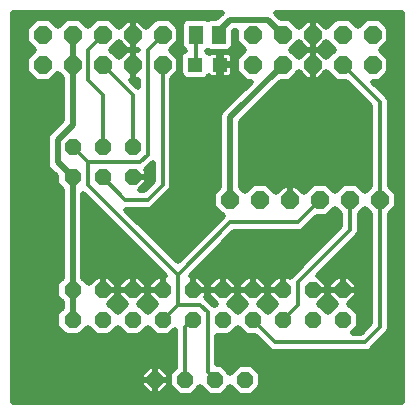
<source format=gtl>
G75*
%MOIN*%
%OFA0B0*%
%FSLAX25Y25*%
%IPPOS*%
%LPD*%
%AMOC8*
5,1,8,0,0,1.08239X$1,22.5*
%
%ADD10OC8,0.05600*%
%ADD11OC8,0.06000*%
%ADD12R,0.05118X0.05906*%
%ADD13R,0.04724X0.04724*%
%ADD14OC8,0.05200*%
%ADD15C,0.01200*%
%ADD16C,0.02000*%
D10*
X0037000Y0056300D03*
X0037000Y0066300D03*
X0047000Y0066300D03*
X0047000Y0056300D03*
X0057000Y0056300D03*
X0057000Y0066300D03*
X0067000Y0066300D03*
X0067000Y0056300D03*
X0077000Y0056300D03*
X0077000Y0066300D03*
X0087000Y0066300D03*
X0087000Y0056300D03*
X0097000Y0056300D03*
X0097000Y0066300D03*
X0107000Y0066300D03*
X0107000Y0056300D03*
X0117000Y0056300D03*
X0117000Y0066300D03*
X0127000Y0066300D03*
X0127000Y0056300D03*
X0057000Y0103800D03*
X0057000Y0113800D03*
X0047000Y0113800D03*
X0047000Y0103800D03*
X0037000Y0103800D03*
X0037000Y0113800D03*
D11*
X0037000Y0141300D03*
X0037000Y0151300D03*
X0027000Y0151300D03*
X0027000Y0141300D03*
X0047000Y0141300D03*
X0047000Y0151300D03*
X0057000Y0151300D03*
X0057000Y0141300D03*
X0067000Y0141300D03*
X0067000Y0151300D03*
X0097000Y0151300D03*
X0097000Y0141300D03*
X0107000Y0141300D03*
X0107000Y0151300D03*
X0117000Y0151300D03*
X0117000Y0141300D03*
X0127000Y0141300D03*
X0127000Y0151300D03*
X0137000Y0151300D03*
X0137000Y0141300D03*
X0139500Y0096300D03*
X0129500Y0096300D03*
X0119500Y0096300D03*
X0109500Y0096300D03*
X0099500Y0096300D03*
X0089500Y0096300D03*
D12*
X0085740Y0151300D03*
X0078260Y0151300D03*
D13*
X0077866Y0141300D03*
X0086134Y0141300D03*
D14*
X0084500Y0036300D03*
X0074500Y0036300D03*
X0064500Y0036300D03*
X0094500Y0036300D03*
D15*
X0084500Y0036300D02*
X0082000Y0038800D01*
X0082000Y0058800D01*
X0079500Y0061300D01*
X0072000Y0061300D01*
X0072000Y0071300D01*
X0089500Y0088800D01*
X0112000Y0088800D01*
X0119500Y0096300D01*
X0129500Y0096300D02*
X0129500Y0086300D01*
X0112000Y0068800D01*
X0112000Y0061300D01*
X0107000Y0056300D01*
X0104500Y0048800D02*
X0097000Y0056300D01*
X0104500Y0048800D02*
X0134500Y0048800D01*
X0139500Y0053800D01*
X0139500Y0096300D01*
X0139500Y0128800D01*
X0127000Y0141300D01*
X0078260Y0141694D02*
X0077866Y0141300D01*
X0078260Y0141694D02*
X0078260Y0151300D01*
X0067000Y0151300D02*
X0062000Y0146300D01*
X0062000Y0126300D01*
X0062000Y0113800D01*
X0062000Y0111300D01*
X0059500Y0108800D01*
X0054500Y0108800D01*
X0049500Y0108800D01*
X0044500Y0108800D01*
X0042000Y0108800D01*
X0042000Y0101300D01*
X0072000Y0071300D01*
X0072000Y0061300D02*
X0067000Y0056300D01*
X0074500Y0053800D02*
X0074500Y0036300D01*
X0074500Y0053800D02*
X0077000Y0056300D01*
X0062000Y0096300D02*
X0054500Y0096300D01*
X0047000Y0103800D01*
X0042000Y0108800D02*
X0037000Y0113800D01*
X0047000Y0113800D02*
X0047000Y0131300D01*
X0042000Y0136300D01*
X0042000Y0146300D01*
X0047000Y0151300D01*
X0047000Y0141300D02*
X0057000Y0131300D01*
X0057000Y0113800D01*
X0067000Y0101300D02*
X0067000Y0141300D01*
X0067000Y0101300D02*
X0062000Y0096300D01*
D16*
X0017100Y0158700D02*
X0017100Y0028900D01*
X0146900Y0028900D01*
X0146900Y0158700D01*
X0104691Y0158700D01*
X0105052Y0158339D01*
X0106491Y0156900D01*
X0109320Y0156900D01*
X0112424Y0153795D01*
X0114929Y0156300D01*
X0117000Y0156300D01*
X0117000Y0151300D01*
X0117000Y0151300D01*
X0117000Y0146300D01*
X0117000Y0141300D01*
X0117000Y0141300D01*
X0117000Y0136300D01*
X0119071Y0136300D01*
X0121576Y0138805D01*
X0124680Y0135700D01*
X0128075Y0135700D01*
X0136300Y0127475D01*
X0136300Y0101020D01*
X0134500Y0099220D01*
X0131820Y0101900D01*
X0127180Y0101900D01*
X0124500Y0099220D01*
X0121820Y0101900D01*
X0117180Y0101900D01*
X0114076Y0098795D01*
X0111571Y0101300D01*
X0109500Y0101300D01*
X0109500Y0096300D01*
X0109500Y0096300D01*
X0109500Y0101300D01*
X0107429Y0101300D01*
X0104924Y0098795D01*
X0101820Y0101900D01*
X0097180Y0101900D01*
X0094500Y0099220D01*
X0093100Y0100620D01*
X0093100Y0122309D01*
X0106491Y0135700D01*
X0109320Y0135700D01*
X0112424Y0138805D01*
X0114929Y0136300D01*
X0117000Y0136300D01*
X0117000Y0141300D01*
X0117000Y0141300D01*
X0117000Y0146300D01*
X0119071Y0146300D01*
X0121576Y0143795D01*
X0124080Y0146300D01*
X0121576Y0148805D01*
X0119071Y0146300D01*
X0117000Y0146300D01*
X0114929Y0146300D01*
X0112424Y0143795D01*
X0109920Y0146300D01*
X0112424Y0148805D01*
X0114929Y0146300D01*
X0117000Y0146300D01*
X0117000Y0151300D01*
X0117000Y0151300D01*
X0117000Y0156300D01*
X0119071Y0156300D01*
X0121576Y0153795D01*
X0124680Y0156900D01*
X0129320Y0156900D01*
X0132000Y0154220D01*
X0134680Y0156900D01*
X0139320Y0156900D01*
X0142600Y0153620D01*
X0142600Y0148980D01*
X0139920Y0146300D01*
X0142600Y0143620D01*
X0142600Y0138980D01*
X0139320Y0135700D01*
X0137125Y0135700D01*
X0141313Y0131513D01*
X0141313Y0131513D01*
X0142213Y0130613D01*
X0142700Y0129437D01*
X0142700Y0101020D01*
X0145100Y0098620D01*
X0145100Y0093980D01*
X0142700Y0091580D01*
X0142700Y0053163D01*
X0142213Y0051987D01*
X0137213Y0046987D01*
X0136313Y0046087D01*
X0135137Y0045600D01*
X0103863Y0045600D01*
X0102687Y0046087D01*
X0097875Y0050900D01*
X0094763Y0050900D01*
X0092000Y0053663D01*
X0089237Y0050900D01*
X0085200Y0050900D01*
X0085200Y0041500D01*
X0086654Y0041500D01*
X0089500Y0038654D01*
X0092346Y0041500D01*
X0096654Y0041500D01*
X0099700Y0038454D01*
X0099700Y0034146D01*
X0096654Y0031100D01*
X0092346Y0031100D01*
X0089500Y0033946D01*
X0086654Y0031100D01*
X0082346Y0031100D01*
X0079500Y0033946D01*
X0076654Y0031100D01*
X0072346Y0031100D01*
X0069300Y0034146D01*
X0069300Y0038454D01*
X0071300Y0040454D01*
X0071300Y0052963D01*
X0069237Y0050900D01*
X0064763Y0050900D01*
X0062000Y0053663D01*
X0059237Y0050900D01*
X0054763Y0050900D01*
X0052000Y0053663D01*
X0049237Y0050900D01*
X0044763Y0050900D01*
X0042000Y0053663D01*
X0039237Y0050900D01*
X0034763Y0050900D01*
X0031600Y0054063D01*
X0031600Y0058537D01*
X0033400Y0060337D01*
X0033400Y0062263D01*
X0031600Y0064063D01*
X0031600Y0068537D01*
X0033400Y0070337D01*
X0033400Y0099763D01*
X0031600Y0101563D01*
X0031600Y0104109D01*
X0028948Y0106761D01*
X0028400Y0108084D01*
X0028400Y0117016D01*
X0028948Y0118339D01*
X0033400Y0122791D01*
X0033400Y0136980D01*
X0032000Y0138380D01*
X0029320Y0135700D01*
X0024680Y0135700D01*
X0021400Y0138980D01*
X0021400Y0143620D01*
X0024080Y0146300D01*
X0021400Y0148980D01*
X0021400Y0153620D01*
X0024680Y0156900D01*
X0029320Y0156900D01*
X0032000Y0154220D01*
X0034680Y0156900D01*
X0039320Y0156900D01*
X0042000Y0154220D01*
X0044680Y0156900D01*
X0049320Y0156900D01*
X0052424Y0153795D01*
X0054929Y0156300D01*
X0057000Y0156300D01*
X0057000Y0151300D01*
X0057000Y0151300D01*
X0057000Y0146300D01*
X0057000Y0141300D01*
X0057000Y0141300D01*
X0057000Y0146300D01*
X0058800Y0146300D01*
X0058800Y0146300D01*
X0057000Y0146300D01*
X0054929Y0146300D01*
X0052424Y0143795D01*
X0049920Y0146300D01*
X0052424Y0148805D01*
X0054929Y0146300D01*
X0057000Y0146300D01*
X0057000Y0151300D01*
X0057000Y0151300D01*
X0057000Y0156300D01*
X0059071Y0156300D01*
X0061576Y0153795D01*
X0064680Y0156900D01*
X0069320Y0156900D01*
X0072600Y0153620D01*
X0072600Y0148980D01*
X0069920Y0146300D01*
X0072600Y0143620D01*
X0072600Y0138980D01*
X0070200Y0136580D01*
X0070200Y0100663D01*
X0069713Y0099487D01*
X0068813Y0098587D01*
X0063813Y0093587D01*
X0062637Y0093100D01*
X0054725Y0093100D01*
X0072000Y0075825D01*
X0086787Y0090613D01*
X0087027Y0090853D01*
X0083900Y0093980D01*
X0083900Y0098620D01*
X0085900Y0100620D01*
X0085900Y0124516D01*
X0086448Y0125839D01*
X0096309Y0135700D01*
X0094680Y0135700D01*
X0091400Y0138980D01*
X0091400Y0143620D01*
X0094080Y0146300D01*
X0091400Y0148980D01*
X0091400Y0152700D01*
X0090991Y0152700D01*
X0090899Y0152608D01*
X0090899Y0147830D01*
X0090503Y0146874D01*
X0089772Y0146143D01*
X0088816Y0145747D01*
X0082664Y0145747D01*
X0082000Y0146022D01*
X0081662Y0145882D01*
X0081701Y0145866D01*
X0082424Y0145143D01*
X0082544Y0145263D01*
X0083000Y0145526D01*
X0083508Y0145662D01*
X0085953Y0145662D01*
X0085953Y0141481D01*
X0086315Y0141481D01*
X0090496Y0141481D01*
X0090496Y0143926D01*
X0090360Y0144434D01*
X0090096Y0144890D01*
X0089724Y0145263D01*
X0089268Y0145526D01*
X0088759Y0145662D01*
X0086315Y0145662D01*
X0086315Y0141481D01*
X0086315Y0141119D01*
X0090496Y0141119D01*
X0090496Y0138674D01*
X0090360Y0138166D01*
X0090096Y0137710D01*
X0089724Y0137337D01*
X0089268Y0137074D01*
X0088759Y0136938D01*
X0086315Y0136938D01*
X0086315Y0141119D01*
X0085953Y0141119D01*
X0085953Y0136938D01*
X0083508Y0136938D01*
X0083000Y0137074D01*
X0082544Y0137337D01*
X0082424Y0137457D01*
X0081701Y0136734D01*
X0080746Y0136338D01*
X0074987Y0136338D01*
X0074031Y0136734D01*
X0073300Y0137465D01*
X0072904Y0138421D01*
X0072904Y0144179D01*
X0073300Y0145135D01*
X0074031Y0145866D01*
X0074464Y0146045D01*
X0074228Y0146143D01*
X0073497Y0146874D01*
X0073101Y0147830D01*
X0073101Y0154770D01*
X0073497Y0155726D01*
X0074228Y0156457D01*
X0075184Y0156853D01*
X0081336Y0156853D01*
X0082000Y0156578D01*
X0082664Y0156853D01*
X0084962Y0156853D01*
X0086809Y0158700D01*
X0017100Y0158700D01*
X0017100Y0158202D02*
X0086311Y0158202D01*
X0089500Y0156300D02*
X0085740Y0152540D01*
X0085740Y0151300D01*
X0090899Y0152206D02*
X0091400Y0152206D01*
X0091400Y0150208D02*
X0090899Y0150208D01*
X0090899Y0148209D02*
X0092171Y0148209D01*
X0093991Y0146211D02*
X0089840Y0146211D01*
X0090419Y0144212D02*
X0091993Y0144212D01*
X0091400Y0142214D02*
X0090496Y0142214D01*
X0090496Y0140215D02*
X0091400Y0140215D01*
X0092164Y0138217D02*
X0090373Y0138217D01*
X0094162Y0136218D02*
X0070200Y0136218D01*
X0070200Y0134220D02*
X0094828Y0134220D01*
X0092830Y0132221D02*
X0070200Y0132221D01*
X0070200Y0130223D02*
X0090831Y0130223D01*
X0088833Y0128224D02*
X0070200Y0128224D01*
X0070200Y0126226D02*
X0086834Y0126226D01*
X0085900Y0124227D02*
X0070200Y0124227D01*
X0070200Y0122229D02*
X0085900Y0122229D01*
X0085900Y0120230D02*
X0070200Y0120230D01*
X0070200Y0118232D02*
X0085900Y0118232D01*
X0085900Y0116233D02*
X0070200Y0116233D01*
X0070200Y0114234D02*
X0085900Y0114234D01*
X0085900Y0112236D02*
X0070200Y0112236D01*
X0070200Y0110237D02*
X0085900Y0110237D01*
X0085900Y0108239D02*
X0070200Y0108239D01*
X0070200Y0106240D02*
X0085900Y0106240D01*
X0085900Y0104242D02*
X0070200Y0104242D01*
X0070200Y0102243D02*
X0085900Y0102243D01*
X0085525Y0100245D02*
X0070027Y0100245D01*
X0068472Y0098246D02*
X0083900Y0098246D01*
X0083900Y0096248D02*
X0066473Y0096248D01*
X0064475Y0094249D02*
X0083900Y0094249D01*
X0085630Y0092251D02*
X0055575Y0092251D01*
X0057573Y0090252D02*
X0086427Y0090252D01*
X0084428Y0088254D02*
X0059572Y0088254D01*
X0061570Y0086255D02*
X0082430Y0086255D01*
X0080431Y0084257D02*
X0063569Y0084257D01*
X0065567Y0082258D02*
X0078433Y0082258D01*
X0076434Y0080260D02*
X0067566Y0080260D01*
X0069564Y0078261D02*
X0074436Y0078261D01*
X0072437Y0076263D02*
X0071563Y0076263D01*
X0066509Y0072266D02*
X0040600Y0072266D01*
X0040600Y0070337D02*
X0040600Y0098175D01*
X0067675Y0071100D01*
X0067000Y0071100D01*
X0067000Y0066300D01*
X0067000Y0066300D01*
X0067000Y0066300D01*
X0062200Y0066300D01*
X0062200Y0068288D01*
X0065012Y0071100D01*
X0067000Y0071100D01*
X0067000Y0066300D01*
X0062200Y0066300D01*
X0062200Y0064312D01*
X0064812Y0061700D01*
X0064763Y0061700D01*
X0062000Y0058937D01*
X0059237Y0061700D01*
X0059188Y0061700D01*
X0061800Y0064312D01*
X0061800Y0066300D01*
X0061800Y0068288D01*
X0058988Y0071100D01*
X0057000Y0071100D01*
X0057000Y0066300D01*
X0057000Y0066300D01*
X0061800Y0066300D01*
X0057000Y0066300D01*
X0057000Y0066300D01*
X0057000Y0066300D01*
X0052200Y0066300D01*
X0052200Y0068288D01*
X0055012Y0071100D01*
X0057000Y0071100D01*
X0057000Y0066300D01*
X0052200Y0066300D01*
X0052200Y0064312D01*
X0054812Y0061700D01*
X0054763Y0061700D01*
X0052000Y0058937D01*
X0049237Y0061700D01*
X0049188Y0061700D01*
X0051800Y0064312D01*
X0051800Y0066300D01*
X0051800Y0068288D01*
X0048988Y0071100D01*
X0047000Y0071100D01*
X0047000Y0066300D01*
X0047000Y0066300D01*
X0051800Y0066300D01*
X0047000Y0066300D01*
X0047000Y0066300D01*
X0047000Y0071100D01*
X0045012Y0071100D01*
X0042400Y0068488D01*
X0042400Y0068537D01*
X0040600Y0070337D01*
X0040669Y0070267D02*
X0044179Y0070267D01*
X0047000Y0070267D02*
X0047000Y0070267D01*
X0047000Y0068269D02*
X0047000Y0068269D01*
X0049821Y0070267D02*
X0054179Y0070267D01*
X0057000Y0070267D02*
X0057000Y0070267D01*
X0057000Y0068269D02*
X0057000Y0068269D01*
X0059821Y0070267D02*
X0064179Y0070267D01*
X0067000Y0070267D02*
X0067000Y0070267D01*
X0067000Y0068269D02*
X0067000Y0068269D01*
X0062200Y0068269D02*
X0061800Y0068269D01*
X0061800Y0066270D02*
X0062200Y0066270D01*
X0062240Y0064272D02*
X0061760Y0064272D01*
X0059761Y0062273D02*
X0064239Y0062273D01*
X0063338Y0060275D02*
X0060662Y0060275D01*
X0054239Y0062273D02*
X0049761Y0062273D01*
X0050662Y0060275D02*
X0053338Y0060275D01*
X0052240Y0064272D02*
X0051760Y0064272D01*
X0051800Y0066270D02*
X0052200Y0066270D01*
X0052200Y0068269D02*
X0051800Y0068269D01*
X0060513Y0078261D02*
X0040600Y0078261D01*
X0040600Y0076263D02*
X0062512Y0076263D01*
X0064510Y0074264D02*
X0040600Y0074264D01*
X0040600Y0080260D02*
X0058515Y0080260D01*
X0056516Y0082258D02*
X0040600Y0082258D01*
X0040600Y0084257D02*
X0054518Y0084257D01*
X0052519Y0086255D02*
X0040600Y0086255D01*
X0040600Y0088254D02*
X0050521Y0088254D01*
X0048522Y0090252D02*
X0040600Y0090252D01*
X0040600Y0092251D02*
X0046524Y0092251D01*
X0044525Y0094249D02*
X0040600Y0094249D01*
X0040600Y0096248D02*
X0042527Y0096248D01*
X0037000Y0103800D02*
X0032000Y0108800D01*
X0032000Y0116300D01*
X0037000Y0121300D01*
X0037000Y0141300D01*
X0037000Y0151300D01*
X0040016Y0156203D02*
X0043984Y0156203D01*
X0050016Y0156203D02*
X0054832Y0156203D01*
X0057000Y0156203D02*
X0057000Y0156203D01*
X0057000Y0154205D02*
X0057000Y0154205D01*
X0057000Y0152206D02*
X0057000Y0152206D01*
X0057000Y0150208D02*
X0057000Y0150208D01*
X0057000Y0148209D02*
X0057000Y0148209D01*
X0057000Y0146211D02*
X0057000Y0146211D01*
X0057000Y0144212D02*
X0057000Y0144212D01*
X0057000Y0142214D02*
X0057000Y0142214D01*
X0057000Y0141300D02*
X0057000Y0136300D01*
X0058800Y0136300D01*
X0058800Y0134025D01*
X0056525Y0136300D01*
X0057000Y0136300D01*
X0057000Y0141300D01*
X0057000Y0141300D01*
X0057000Y0140215D02*
X0057000Y0140215D01*
X0057000Y0138217D02*
X0057000Y0138217D01*
X0056607Y0136218D02*
X0058800Y0136218D01*
X0058800Y0134220D02*
X0058606Y0134220D01*
X0052841Y0144212D02*
X0052007Y0144212D01*
X0050009Y0146211D02*
X0054840Y0146211D01*
X0053020Y0148209D02*
X0051829Y0148209D01*
X0052015Y0154205D02*
X0052834Y0154205D01*
X0059168Y0156203D02*
X0063984Y0156203D01*
X0061985Y0154205D02*
X0061166Y0154205D01*
X0070016Y0156203D02*
X0073974Y0156203D01*
X0073101Y0154205D02*
X0072015Y0154205D01*
X0072600Y0152206D02*
X0073101Y0152206D01*
X0073101Y0150208D02*
X0072600Y0150208D01*
X0073101Y0148209D02*
X0071829Y0148209D01*
X0070009Y0146211D02*
X0074160Y0146211D01*
X0072918Y0144212D02*
X0072007Y0144212D01*
X0072600Y0142214D02*
X0072904Y0142214D01*
X0072904Y0140215D02*
X0072600Y0140215D01*
X0072988Y0138217D02*
X0071836Y0138217D01*
X0085953Y0138217D02*
X0086315Y0138217D01*
X0086315Y0140215D02*
X0085953Y0140215D01*
X0085953Y0142214D02*
X0086315Y0142214D01*
X0086315Y0144212D02*
X0085953Y0144212D01*
X0089500Y0156300D02*
X0102000Y0156300D01*
X0107000Y0151300D01*
X0111829Y0148209D02*
X0113020Y0148209D01*
X0114840Y0146211D02*
X0110009Y0146211D01*
X0112007Y0144212D02*
X0112841Y0144212D01*
X0117000Y0144212D02*
X0117000Y0144212D01*
X0117000Y0142214D02*
X0117000Y0142214D01*
X0117000Y0140215D02*
X0117000Y0140215D01*
X0117000Y0138217D02*
X0117000Y0138217D01*
X0120988Y0138217D02*
X0122164Y0138217D01*
X0124162Y0136218D02*
X0109838Y0136218D01*
X0111836Y0138217D02*
X0113012Y0138217D01*
X0107000Y0141300D02*
X0089500Y0123800D01*
X0089500Y0096300D01*
X0093475Y0100245D02*
X0095525Y0100245D01*
X0093100Y0102243D02*
X0136300Y0102243D01*
X0136300Y0104242D02*
X0093100Y0104242D01*
X0093100Y0106240D02*
X0136300Y0106240D01*
X0136300Y0108239D02*
X0093100Y0108239D01*
X0093100Y0110237D02*
X0136300Y0110237D01*
X0136300Y0112236D02*
X0093100Y0112236D01*
X0093100Y0114234D02*
X0136300Y0114234D01*
X0136300Y0116233D02*
X0093100Y0116233D01*
X0093100Y0118232D02*
X0136300Y0118232D01*
X0136300Y0120230D02*
X0093100Y0120230D01*
X0093100Y0122229D02*
X0136300Y0122229D01*
X0136300Y0124227D02*
X0095018Y0124227D01*
X0097017Y0126226D02*
X0136300Y0126226D01*
X0135550Y0128224D02*
X0099015Y0128224D01*
X0101014Y0130223D02*
X0133552Y0130223D01*
X0131553Y0132221D02*
X0103012Y0132221D01*
X0105011Y0134220D02*
X0129555Y0134220D01*
X0121993Y0144212D02*
X0121159Y0144212D01*
X0119160Y0146211D02*
X0123991Y0146211D01*
X0122171Y0148209D02*
X0120980Y0148209D01*
X0117000Y0148209D02*
X0117000Y0148209D01*
X0117000Y0150208D02*
X0117000Y0150208D01*
X0117000Y0152206D02*
X0117000Y0152206D01*
X0117000Y0154205D02*
X0117000Y0154205D01*
X0117000Y0156203D02*
X0117000Y0156203D01*
X0114832Y0156203D02*
X0110016Y0156203D01*
X0112015Y0154205D02*
X0112834Y0154205D01*
X0119168Y0156203D02*
X0123984Y0156203D01*
X0121985Y0154205D02*
X0121166Y0154205D01*
X0117000Y0146211D02*
X0117000Y0146211D01*
X0105189Y0158202D02*
X0146900Y0158202D01*
X0146900Y0156203D02*
X0140016Y0156203D01*
X0142015Y0154205D02*
X0146900Y0154205D01*
X0146900Y0152206D02*
X0142600Y0152206D01*
X0142600Y0150208D02*
X0146900Y0150208D01*
X0146900Y0148209D02*
X0141829Y0148209D01*
X0140009Y0146211D02*
X0146900Y0146211D01*
X0146900Y0144212D02*
X0142007Y0144212D01*
X0142600Y0142214D02*
X0146900Y0142214D01*
X0146900Y0140215D02*
X0142600Y0140215D01*
X0141836Y0138217D02*
X0146900Y0138217D01*
X0146900Y0136218D02*
X0139838Y0136218D01*
X0138606Y0134220D02*
X0146900Y0134220D01*
X0146900Y0132221D02*
X0140604Y0132221D01*
X0142374Y0130223D02*
X0146900Y0130223D01*
X0146900Y0128224D02*
X0142700Y0128224D01*
X0142700Y0126226D02*
X0146900Y0126226D01*
X0146900Y0124227D02*
X0142700Y0124227D01*
X0142700Y0122229D02*
X0146900Y0122229D01*
X0146900Y0120230D02*
X0142700Y0120230D01*
X0142700Y0118232D02*
X0146900Y0118232D01*
X0146900Y0116233D02*
X0142700Y0116233D01*
X0142700Y0114234D02*
X0146900Y0114234D01*
X0146900Y0112236D02*
X0142700Y0112236D01*
X0142700Y0110237D02*
X0146900Y0110237D01*
X0146900Y0108239D02*
X0142700Y0108239D01*
X0142700Y0106240D02*
X0146900Y0106240D01*
X0146900Y0104242D02*
X0142700Y0104242D01*
X0142700Y0102243D02*
X0146900Y0102243D01*
X0146900Y0100245D02*
X0143475Y0100245D01*
X0145100Y0098246D02*
X0146900Y0098246D01*
X0146900Y0096248D02*
X0145100Y0096248D01*
X0145100Y0094249D02*
X0146900Y0094249D01*
X0146900Y0092251D02*
X0143370Y0092251D01*
X0142700Y0090252D02*
X0146900Y0090252D01*
X0146900Y0088254D02*
X0142700Y0088254D01*
X0142700Y0086255D02*
X0146900Y0086255D01*
X0146900Y0084257D02*
X0142700Y0084257D01*
X0142700Y0082258D02*
X0146900Y0082258D01*
X0146900Y0080260D02*
X0142700Y0080260D01*
X0142700Y0078261D02*
X0146900Y0078261D01*
X0146900Y0076263D02*
X0142700Y0076263D01*
X0142700Y0074264D02*
X0146900Y0074264D01*
X0146900Y0072266D02*
X0142700Y0072266D01*
X0142700Y0070267D02*
X0146900Y0070267D01*
X0146900Y0068269D02*
X0142700Y0068269D01*
X0142700Y0066270D02*
X0146900Y0066270D01*
X0146900Y0064272D02*
X0142700Y0064272D01*
X0142700Y0062273D02*
X0146900Y0062273D01*
X0146900Y0060275D02*
X0142700Y0060275D01*
X0142700Y0058276D02*
X0146900Y0058276D01*
X0146900Y0056278D02*
X0142700Y0056278D01*
X0142700Y0054279D02*
X0146900Y0054279D01*
X0146900Y0052281D02*
X0142334Y0052281D01*
X0140508Y0050282D02*
X0146900Y0050282D01*
X0146900Y0048284D02*
X0138509Y0048284D01*
X0136511Y0046285D02*
X0146900Y0046285D01*
X0146900Y0044287D02*
X0085200Y0044287D01*
X0085200Y0046285D02*
X0102489Y0046285D01*
X0100491Y0048284D02*
X0085200Y0048284D01*
X0085200Y0050282D02*
X0098492Y0050282D01*
X0093383Y0052281D02*
X0090617Y0052281D01*
X0092000Y0058937D02*
X0089237Y0061700D01*
X0089188Y0061700D01*
X0091800Y0064312D01*
X0091800Y0066300D01*
X0091800Y0068288D01*
X0088988Y0071100D01*
X0087000Y0071100D01*
X0087000Y0066300D01*
X0087000Y0066300D01*
X0091800Y0066300D01*
X0087000Y0066300D01*
X0087000Y0066300D01*
X0087000Y0066300D01*
X0082200Y0066300D01*
X0082200Y0068288D01*
X0085012Y0071100D01*
X0087000Y0071100D01*
X0087000Y0066300D01*
X0082200Y0066300D01*
X0082200Y0064312D01*
X0084812Y0061700D01*
X0084763Y0061700D01*
X0084194Y0061131D01*
X0082213Y0063113D01*
X0081407Y0063919D01*
X0081800Y0064312D01*
X0081800Y0066300D01*
X0081800Y0068288D01*
X0078988Y0071100D01*
X0077000Y0071100D01*
X0077000Y0066300D01*
X0077000Y0066300D01*
X0081800Y0066300D01*
X0077000Y0066300D01*
X0077000Y0066300D01*
X0077000Y0071100D01*
X0076325Y0071100D01*
X0090825Y0085600D01*
X0112637Y0085600D01*
X0113813Y0086087D01*
X0114713Y0086987D01*
X0114713Y0086987D01*
X0118425Y0090700D01*
X0121820Y0090700D01*
X0124500Y0093380D01*
X0126300Y0091580D01*
X0126300Y0087625D01*
X0109381Y0070707D01*
X0108988Y0071100D01*
X0107000Y0071100D01*
X0107000Y0066300D01*
X0107000Y0066300D01*
X0107000Y0066300D01*
X0102200Y0066300D01*
X0102200Y0068288D01*
X0105012Y0071100D01*
X0107000Y0071100D01*
X0107000Y0066300D01*
X0102200Y0066300D01*
X0102200Y0064312D01*
X0104812Y0061700D01*
X0104763Y0061700D01*
X0102000Y0058937D01*
X0099237Y0061700D01*
X0099188Y0061700D01*
X0101800Y0064312D01*
X0101800Y0066300D01*
X0101800Y0068288D01*
X0098988Y0071100D01*
X0097000Y0071100D01*
X0097000Y0066300D01*
X0097000Y0066300D01*
X0101800Y0066300D01*
X0097000Y0066300D01*
X0097000Y0066300D01*
X0097000Y0066300D01*
X0092200Y0066300D01*
X0092200Y0068288D01*
X0095012Y0071100D01*
X0097000Y0071100D01*
X0097000Y0066300D01*
X0092200Y0066300D01*
X0092200Y0064312D01*
X0094812Y0061700D01*
X0094763Y0061700D01*
X0092000Y0058937D01*
X0090662Y0060275D02*
X0093338Y0060275D01*
X0094239Y0062273D02*
X0089761Y0062273D01*
X0091760Y0064272D02*
X0092240Y0064272D01*
X0092200Y0066270D02*
X0091800Y0066270D01*
X0091800Y0068269D02*
X0092200Y0068269D01*
X0094179Y0070267D02*
X0089821Y0070267D01*
X0087000Y0070267D02*
X0087000Y0070267D01*
X0087000Y0068269D02*
X0087000Y0068269D01*
X0084179Y0070267D02*
X0079821Y0070267D01*
X0081800Y0068269D02*
X0082200Y0068269D01*
X0082200Y0066270D02*
X0081800Y0066270D01*
X0081760Y0064272D02*
X0082240Y0064272D01*
X0083052Y0062273D02*
X0084239Y0062273D01*
X0077000Y0068269D02*
X0077000Y0068269D01*
X0077000Y0070267D02*
X0077000Y0070267D01*
X0077491Y0072266D02*
X0110940Y0072266D01*
X0112939Y0074264D02*
X0079490Y0074264D01*
X0081488Y0076263D02*
X0114937Y0076263D01*
X0116936Y0078261D02*
X0083487Y0078261D01*
X0085485Y0080260D02*
X0118934Y0080260D01*
X0120933Y0082258D02*
X0087484Y0082258D01*
X0089482Y0084257D02*
X0122931Y0084257D01*
X0124930Y0086255D02*
X0113981Y0086255D01*
X0115979Y0088254D02*
X0126300Y0088254D01*
X0126300Y0090252D02*
X0117978Y0090252D01*
X0123370Y0092251D02*
X0125630Y0092251D01*
X0132700Y0091580D02*
X0132700Y0085663D01*
X0132213Y0084487D01*
X0131313Y0083587D01*
X0118825Y0071100D01*
X0118988Y0071100D01*
X0121800Y0068288D01*
X0121800Y0066300D01*
X0117000Y0066300D01*
X0117000Y0066300D01*
X0121800Y0066300D01*
X0121800Y0064312D01*
X0119188Y0061700D01*
X0119237Y0061700D01*
X0122000Y0058937D01*
X0124763Y0061700D01*
X0124812Y0061700D01*
X0122200Y0064312D01*
X0122200Y0066300D01*
X0127000Y0066300D01*
X0127000Y0066300D01*
X0127000Y0071100D01*
X0128988Y0071100D01*
X0131800Y0068288D01*
X0131800Y0066300D01*
X0127000Y0066300D01*
X0127000Y0066300D01*
X0127000Y0066300D01*
X0127000Y0071100D01*
X0125012Y0071100D01*
X0122200Y0068288D01*
X0122200Y0066300D01*
X0127000Y0066300D01*
X0131800Y0066300D01*
X0131800Y0064312D01*
X0129188Y0061700D01*
X0129237Y0061700D01*
X0132400Y0058537D01*
X0132400Y0054063D01*
X0130337Y0052000D01*
X0133175Y0052000D01*
X0136300Y0055125D01*
X0136300Y0091580D01*
X0134500Y0093380D01*
X0132700Y0091580D01*
X0133370Y0092251D02*
X0135630Y0092251D01*
X0136300Y0090252D02*
X0132700Y0090252D01*
X0132700Y0088254D02*
X0136300Y0088254D01*
X0136300Y0086255D02*
X0132700Y0086255D01*
X0131982Y0084257D02*
X0136300Y0084257D01*
X0136300Y0082258D02*
X0129984Y0082258D01*
X0127985Y0080260D02*
X0136300Y0080260D01*
X0136300Y0078261D02*
X0125987Y0078261D01*
X0123988Y0076263D02*
X0136300Y0076263D01*
X0136300Y0074264D02*
X0121990Y0074264D01*
X0119991Y0072266D02*
X0136300Y0072266D01*
X0136300Y0070267D02*
X0129821Y0070267D01*
X0131800Y0068269D02*
X0136300Y0068269D01*
X0136300Y0066270D02*
X0131800Y0066270D01*
X0131760Y0064272D02*
X0136300Y0064272D01*
X0136300Y0062273D02*
X0129761Y0062273D01*
X0130662Y0060275D02*
X0136300Y0060275D01*
X0136300Y0058276D02*
X0132400Y0058276D01*
X0132400Y0056278D02*
X0136300Y0056278D01*
X0135454Y0054279D02*
X0132400Y0054279D01*
X0133455Y0052281D02*
X0130617Y0052281D01*
X0123338Y0060275D02*
X0120662Y0060275D01*
X0119761Y0062273D02*
X0124239Y0062273D01*
X0122240Y0064272D02*
X0121760Y0064272D01*
X0121800Y0066270D02*
X0122200Y0066270D01*
X0122200Y0068269D02*
X0121800Y0068269D01*
X0119821Y0070267D02*
X0124179Y0070267D01*
X0127000Y0070267D02*
X0127000Y0070267D01*
X0127000Y0068269D02*
X0127000Y0068269D01*
X0107000Y0068269D02*
X0107000Y0068269D01*
X0107000Y0070267D02*
X0107000Y0070267D01*
X0104179Y0070267D02*
X0099821Y0070267D01*
X0097000Y0070267D02*
X0097000Y0070267D01*
X0097000Y0068269D02*
X0097000Y0068269D01*
X0101800Y0068269D02*
X0102200Y0068269D01*
X0102200Y0066270D02*
X0101800Y0066270D01*
X0101760Y0064272D02*
X0102240Y0064272D01*
X0104239Y0062273D02*
X0099761Y0062273D01*
X0100662Y0060275D02*
X0103338Y0060275D01*
X0097864Y0040290D02*
X0146900Y0040290D01*
X0146900Y0042288D02*
X0085200Y0042288D01*
X0087864Y0040290D02*
X0091136Y0040290D01*
X0091151Y0032296D02*
X0087849Y0032296D01*
X0081151Y0032296D02*
X0077849Y0032296D01*
X0071151Y0032296D02*
X0067001Y0032296D01*
X0066405Y0031700D02*
X0064500Y0031700D01*
X0064500Y0036300D01*
X0064500Y0036300D01*
X0064500Y0040900D01*
X0066405Y0040900D01*
X0069100Y0038205D01*
X0069100Y0036300D01*
X0064500Y0036300D01*
X0064500Y0036300D01*
X0064500Y0036300D01*
X0059900Y0036300D01*
X0059900Y0038205D01*
X0062595Y0040900D01*
X0064500Y0040900D01*
X0064500Y0036300D01*
X0069100Y0036300D01*
X0069100Y0034395D01*
X0066405Y0031700D01*
X0064500Y0031700D02*
X0064500Y0036300D01*
X0064500Y0036300D01*
X0059900Y0036300D01*
X0059900Y0034395D01*
X0062595Y0031700D01*
X0064500Y0031700D01*
X0064500Y0032296D02*
X0064500Y0032296D01*
X0064500Y0034294D02*
X0064500Y0034294D01*
X0064500Y0036293D02*
X0064500Y0036293D01*
X0064500Y0038291D02*
X0064500Y0038291D01*
X0064500Y0040290D02*
X0064500Y0040290D01*
X0067016Y0040290D02*
X0071136Y0040290D01*
X0071300Y0042288D02*
X0017100Y0042288D01*
X0017100Y0040290D02*
X0061984Y0040290D01*
X0059986Y0038291D02*
X0017100Y0038291D01*
X0017100Y0036293D02*
X0059900Y0036293D01*
X0060001Y0034294D02*
X0017100Y0034294D01*
X0017100Y0032296D02*
X0061999Y0032296D01*
X0068999Y0034294D02*
X0069300Y0034294D01*
X0069300Y0036293D02*
X0069100Y0036293D01*
X0069014Y0038291D02*
X0069300Y0038291D01*
X0071300Y0044287D02*
X0017100Y0044287D01*
X0017100Y0046285D02*
X0071300Y0046285D01*
X0071300Y0048284D02*
X0017100Y0048284D01*
X0017100Y0050282D02*
X0071300Y0050282D01*
X0071300Y0052281D02*
X0070617Y0052281D01*
X0063383Y0052281D02*
X0060617Y0052281D01*
X0053383Y0052281D02*
X0050617Y0052281D01*
X0043383Y0052281D02*
X0040617Y0052281D01*
X0037000Y0056300D02*
X0037000Y0066300D01*
X0037000Y0103800D01*
X0032918Y0100245D02*
X0017100Y0100245D01*
X0017100Y0102243D02*
X0031600Y0102243D01*
X0031467Y0104242D02*
X0017100Y0104242D01*
X0017100Y0106240D02*
X0029468Y0106240D01*
X0028400Y0108239D02*
X0017100Y0108239D01*
X0017100Y0110237D02*
X0028400Y0110237D01*
X0028400Y0112236D02*
X0017100Y0112236D01*
X0017100Y0114234D02*
X0028400Y0114234D01*
X0028400Y0116233D02*
X0017100Y0116233D01*
X0017100Y0118232D02*
X0028903Y0118232D01*
X0030839Y0120230D02*
X0017100Y0120230D01*
X0017100Y0122229D02*
X0032837Y0122229D01*
X0033400Y0124227D02*
X0017100Y0124227D01*
X0017100Y0126226D02*
X0033400Y0126226D01*
X0033400Y0128224D02*
X0017100Y0128224D01*
X0017100Y0130223D02*
X0033400Y0130223D01*
X0033400Y0132221D02*
X0017100Y0132221D01*
X0017100Y0134220D02*
X0033400Y0134220D01*
X0033400Y0136218D02*
X0029838Y0136218D01*
X0031836Y0138217D02*
X0032164Y0138217D01*
X0024162Y0136218D02*
X0017100Y0136218D01*
X0017100Y0138217D02*
X0022164Y0138217D01*
X0021400Y0140215D02*
X0017100Y0140215D01*
X0017100Y0142214D02*
X0021400Y0142214D01*
X0021993Y0144212D02*
X0017100Y0144212D01*
X0017100Y0146211D02*
X0023991Y0146211D01*
X0022171Y0148209D02*
X0017100Y0148209D01*
X0017100Y0150208D02*
X0021400Y0150208D01*
X0021400Y0152206D02*
X0017100Y0152206D01*
X0017100Y0154205D02*
X0021985Y0154205D01*
X0023984Y0156203D02*
X0017100Y0156203D01*
X0030016Y0156203D02*
X0033984Y0156203D01*
X0063800Y0108575D02*
X0063800Y0102625D01*
X0060675Y0099500D01*
X0059488Y0099500D01*
X0061800Y0101812D01*
X0061800Y0103800D01*
X0061800Y0105788D01*
X0061407Y0106181D01*
X0063800Y0108575D01*
X0063800Y0108239D02*
X0063464Y0108239D01*
X0063800Y0106240D02*
X0061466Y0106240D01*
X0061800Y0104242D02*
X0063800Y0104242D01*
X0063418Y0102243D02*
X0061800Y0102243D01*
X0061800Y0103800D02*
X0057000Y0103800D01*
X0061800Y0103800D01*
X0061419Y0100245D02*
X0060233Y0100245D01*
X0057000Y0103800D02*
X0057000Y0103800D01*
X0033400Y0098246D02*
X0017100Y0098246D01*
X0017100Y0096248D02*
X0033400Y0096248D01*
X0033400Y0094249D02*
X0017100Y0094249D01*
X0017100Y0092251D02*
X0033400Y0092251D01*
X0033400Y0090252D02*
X0017100Y0090252D01*
X0017100Y0088254D02*
X0033400Y0088254D01*
X0033400Y0086255D02*
X0017100Y0086255D01*
X0017100Y0084257D02*
X0033400Y0084257D01*
X0033400Y0082258D02*
X0017100Y0082258D01*
X0017100Y0080260D02*
X0033400Y0080260D01*
X0033400Y0078261D02*
X0017100Y0078261D01*
X0017100Y0076263D02*
X0033400Y0076263D01*
X0033400Y0074264D02*
X0017100Y0074264D01*
X0017100Y0072266D02*
X0033400Y0072266D01*
X0033331Y0070267D02*
X0017100Y0070267D01*
X0017100Y0068269D02*
X0031600Y0068269D01*
X0031600Y0066270D02*
X0017100Y0066270D01*
X0017100Y0064272D02*
X0031600Y0064272D01*
X0033390Y0062273D02*
X0017100Y0062273D01*
X0017100Y0060275D02*
X0033338Y0060275D01*
X0031600Y0058276D02*
X0017100Y0058276D01*
X0017100Y0056278D02*
X0031600Y0056278D01*
X0031600Y0054279D02*
X0017100Y0054279D01*
X0017100Y0052281D02*
X0033383Y0052281D01*
X0017100Y0030297D02*
X0146900Y0030297D01*
X0146900Y0032296D02*
X0097849Y0032296D01*
X0099700Y0034294D02*
X0146900Y0034294D01*
X0146900Y0036293D02*
X0099700Y0036293D01*
X0099700Y0038291D02*
X0146900Y0038291D01*
X0109500Y0098246D02*
X0109500Y0098246D01*
X0109500Y0100245D02*
X0109500Y0100245D01*
X0112626Y0100245D02*
X0115525Y0100245D01*
X0123475Y0100245D02*
X0125525Y0100245D01*
X0133475Y0100245D02*
X0135525Y0100245D01*
X0106374Y0100245D02*
X0103475Y0100245D01*
X0130016Y0156203D02*
X0133984Y0156203D01*
M02*

</source>
